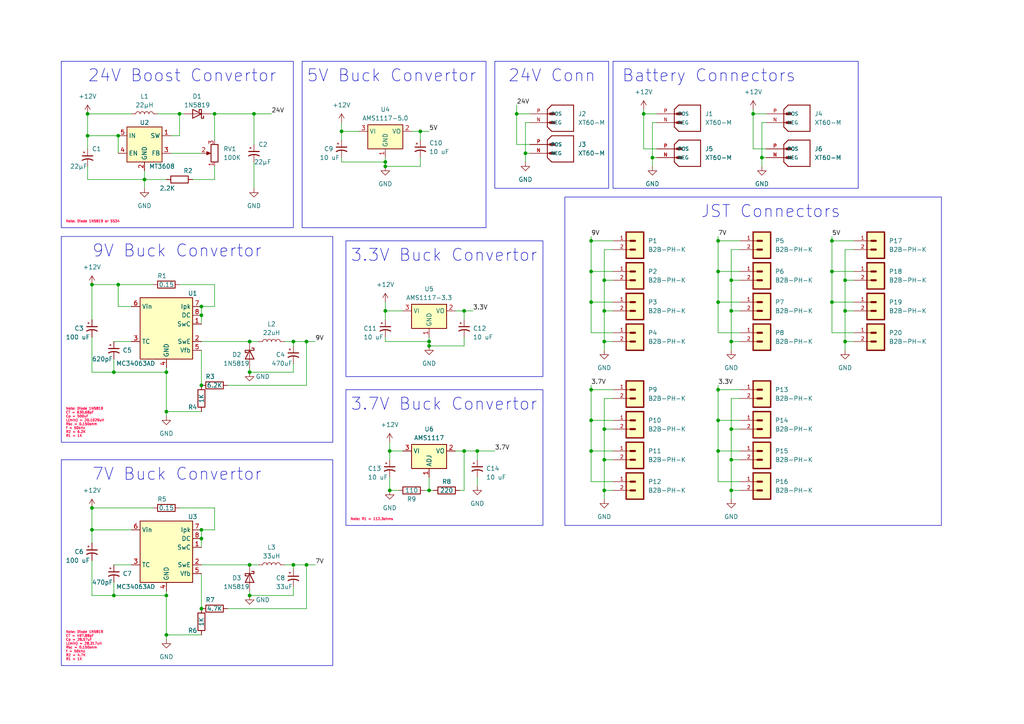
<source format=kicad_sch>
(kicad_sch (version 20230121) (generator eeschema)
  (paper "A4")
  (title_block (title "Power Distribution Board") (date "2023-09-16") (rev "V01") (company "Vishwa VJTI") (comment 1 "Author: Aryan Bawankar"))
  (junction (at 48.26 119.38))
  (junction (at 25.4 33.02))
  (junction (at 72.39 163.83))
  (junction (at 208.28 87.63))
  (junction (at 113.03 130.81))
  (junction (at 26.67 147.32))
  (junction (at 111.76 48.26))
  (junction (at 26.67 82.55))
  (junction (at 245.11 81.28))
  (junction (at 85.09 163.83))
  (junction (at 25.4 39.37))
  (junction (at 88.9 163.83))
  (junction (at 212.09 124.46))
  (junction (at 189.23 45.72))
  (junction (at 241.3 78.74))
  (junction (at 212.09 90.17))
  (junction (at 208.28 78.74))
  (junction (at 138.43 130.81))
  (junction (at 58.42 153.67))
  (junction (at 175.26 124.46))
  (junction (at 124.46 100.33))
  (junction (at 218.44 33.02))
  (junction (at 124.46 99.06))
  (junction (at 212.09 81.28))
  (junction (at 212.09 142.24))
  (junction (at 175.26 99.06))
  (junction (at 175.26 133.35))
  (junction (at 241.3 69.85))
  (junction (at 134.62 90.17))
  (junction (at 171.45 78.74))
  (junction (at 99.06 38.1))
  (junction (at 241.3 87.63))
  (junction (at 58.42 176.53))
  (junction (at 111.76 46.99))
  (junction (at 208.28 130.81))
  (junction (at 58.42 88.9))
  (junction (at 58.42 91.44))
  (junction (at 113.03 142.24))
  (junction (at 175.26 142.24))
  (junction (at 212.09 133.35))
  (junction (at 48.26 184.15))
  (junction (at 171.45 130.81))
  (junction (at 52.07 33.02))
  (junction (at 152.4 44.45))
  (junction (at 171.45 121.92))
  (junction (at 111.76 90.17))
  (junction (at 48.26 172.72))
  (junction (at 186.69 33.02))
  (junction (at 175.26 81.28))
  (junction (at 175.26 90.17))
  (junction (at 34.29 82.55))
  (junction (at 245.11 99.06))
  (junction (at 72.39 107.95))
  (junction (at 41.91 52.07))
  (junction (at 58.42 111.76))
  (junction (at 72.39 172.72))
  (junction (at 58.42 156.21))
  (junction (at 62.23 33.02))
  (junction (at 33.02 172.72))
  (junction (at 220.98 45.72))
  (junction (at 73.66 33.02))
  (junction (at 208.28 121.92))
  (junction (at 48.26 107.95))
  (junction (at 88.9 99.06))
  (junction (at 85.09 99.06))
  (junction (at 121.92 38.1))
  (junction (at 208.28 113.03))
  (junction (at 26.67 153.67))
  (junction (at 134.62 130.81))
  (junction (at 124.46 142.24))
  (junction (at 245.11 90.17))
  (junction (at 171.45 87.63))
  (junction (at 171.45 113.03))
  (junction (at 208.28 69.85))
  (junction (at 149.86 33.02))
  (junction (at 72.39 99.06))
  (junction (at 34.29 39.37))
  (junction (at 171.45 69.85))
  (junction (at 33.02 107.95))
  (junction (at 212.09 99.06))
  (wire (pts (xy 73.66 33.02) (xy 62.23 33.02)))
  (wire (pts (xy 48.26 119.38) (xy 48.26 120.65)))
  (wire (pts (xy 73.66 41.91) (xy 73.66 33.02)))
  (wire (pts (xy 85.09 172.72) (xy 72.39 172.72)))
  (wire (pts (xy 175.26 101.6) (xy 175.26 99.06)))
  (wire (pts (xy 175.26 115.57) (xy 177.8 115.57)))
  (wire (pts (xy 245.11 72.39) (xy 247.65 72.39)))
  (wire (pts (xy 212.09 124.46) (xy 214.63 124.46)))
  (wire (pts (xy 175.26 124.46) (xy 177.8 124.46)))
  (wire (pts (xy 38.1 88.9) (xy 34.29 88.9)))
  (wire (pts (xy 190.5 35.56) (xy 189.23 35.56)))
  (wire (pts (xy 62.23 33.02) (xy 62.23 40.64)))
  (wire (pts (xy 48.26 107.95) (xy 48.26 119.38)))
  (wire (pts (xy 212.09 133.35) (xy 212.09 124.46)))
  (wire (pts (xy 72.39 171.45) (xy 72.39 172.72)))
  (wire (pts (xy 171.45 113.03) (xy 177.8 113.03)))
  (wire (pts (xy 208.28 78.74) (xy 208.28 87.63)))
  (wire (pts (xy 113.03 142.24) (xy 115.57 142.24)))
  (wire (pts (xy 73.66 46.99) (xy 73.66 54.61)))
  (wire (pts (xy 26.67 97.79) (xy 26.67 107.95)))
  (wire (pts (xy 175.26 142.24) (xy 175.26 133.35)))
  (wire (pts (xy 175.26 81.28) (xy 177.8 81.28)))
  (wire (pts (xy 208.28 69.85) (xy 214.63 69.85)))
  (wire (pts (xy 175.26 99.06) (xy 175.26 90.17)))
  (wire (pts (xy 26.67 82.55) (xy 34.29 82.55)))
  (wire (pts (xy 58.42 163.83) (xy 72.39 163.83)))
  (wire (pts (xy 85.09 99.06) (xy 85.09 100.33)))
  (wire (pts (xy 26.67 162.56) (xy 26.67 172.72)))
  (wire (pts (xy 26.67 147.32) (xy 44.45 147.32)))
  (wire (pts (xy 218.44 33.02) (xy 218.44 43.18)))
  (wire (pts (xy 85.09 105.41) (xy 85.09 107.95)))
  (wire (pts (xy 245.11 99.06) (xy 245.11 90.17)))
  (wire (pts (xy 222.25 45.72) (xy 220.98 45.72)))
  (wire (pts (xy 208.28 111.76) (xy 208.28 113.03)))
  (wire (pts (xy 121.92 48.26) (xy 121.92 45.72)))
  (wire (pts (xy 62.23 153.67) (xy 58.42 153.67)))
  (wire (pts (xy 33.02 172.72) (xy 48.26 172.72)))
  (wire (pts (xy 218.44 31.75) (xy 218.44 33.02)))
  (wire (pts (xy 138.43 130.81) (xy 138.43 133.35)))
  (wire (pts (xy 134.62 100.33) (xy 134.62 97.79)))
  (wire (pts (xy 62.23 88.9) (xy 58.42 88.9)))
  (wire (pts (xy 138.43 138.43) (xy 138.43 140.97)))
  (wire (pts (xy 212.09 72.39) (xy 214.63 72.39)))
  (wire (pts (xy 124.46 142.24) (xy 124.46 138.43)))
  (wire (pts (xy 186.69 43.18) (xy 190.5 43.18)))
  (wire (pts (xy 171.45 96.52) (xy 177.8 96.52)))
  (wire (pts (xy 152.4 46.99) (xy 152.4 44.45)))
  (wire (pts (xy 241.3 78.74) (xy 247.65 78.74)))
  (wire (pts (xy 138.43 130.81) (xy 143.51 130.81)))
  (wire (pts (xy 171.45 68.58) (xy 171.45 69.85)))
  (wire (pts (xy 212.09 142.24) (xy 214.63 142.24)))
  (wire (pts (xy 134.62 142.24) (xy 133.35 142.24)))
  (wire (pts (xy 33.02 99.06) (xy 38.1 99.06)))
  (wire (pts (xy 212.09 144.78) (xy 212.09 142.24)))
  (wire (pts (xy 111.76 90.17) (xy 111.76 92.71)))
  (wire (pts (xy 208.28 87.63) (xy 214.63 87.63)))
  (wire (pts (xy 113.03 130.81) (xy 113.03 133.35)))
  (wire (pts (xy 66.04 111.76) (xy 88.9 111.76)))
  (wire (pts (xy 171.45 78.74) (xy 171.45 87.63)))
  (wire (pts (xy 99.06 38.1) (xy 104.14 38.1)))
  (wire (pts (xy 88.9 163.83) (xy 91.44 163.83)))
  (wire (pts (xy 175.26 133.35) (xy 175.26 124.46)))
  (wire (pts (xy 52.07 33.02) (xy 52.07 39.37)))
  (wire (pts (xy 241.3 78.74) (xy 241.3 87.63)))
  (wire (pts (xy 26.67 153.67) (xy 38.1 153.67)))
  (wire (pts (xy 212.09 81.28) (xy 214.63 81.28)))
  (wire (pts (xy 25.4 33.02) (xy 25.4 39.37)))
  (wire (pts (xy 175.26 142.24) (xy 177.8 142.24)))
  (wire (pts (xy 186.69 31.75) (xy 186.69 33.02)))
  (wire (pts (xy 208.28 130.81) (xy 208.28 139.7)))
  (wire (pts (xy 52.07 82.55) (xy 62.23 82.55)))
  (wire (pts (xy 72.39 99.06) (xy 74.93 99.06)))
  (wire (pts (xy 245.11 101.6) (xy 245.11 99.06)))
  (wire (pts (xy 175.26 124.46) (xy 175.26 115.57)))
  (wire (pts (xy 62.23 147.32) (xy 62.23 153.67)))
  (wire (pts (xy 121.92 38.1) (xy 121.92 40.64)))
  (wire (pts (xy 189.23 35.56) (xy 189.23 45.72)))
  (wire (pts (xy 111.76 48.26) (xy 121.92 48.26)))
  (wire (pts (xy 171.45 121.92) (xy 171.45 130.81)))
  (wire (pts (xy 171.45 69.85) (xy 171.45 78.74)))
  (wire (pts (xy 212.09 90.17) (xy 212.09 81.28)))
  (wire (pts (xy 52.07 147.32) (xy 62.23 147.32)))
  (wire (pts (xy 152.4 44.45) (xy 153.67 44.45)))
  (wire (pts (xy 25.4 48.26) (xy 25.4 52.07)))
  (wire (pts (xy 48.26 184.15) (xy 48.26 185.42)))
  (wire (pts (xy 25.4 39.37) (xy 25.4 43.18)))
  (wire (pts (xy 175.26 133.35) (xy 177.8 133.35)))
  (wire (pts (xy 171.45 87.63) (xy 177.8 87.63)))
  (wire (pts (xy 48.26 184.15) (xy 58.42 184.15)))
  (wire (pts (xy 82.55 163.83) (xy 85.09 163.83)))
  (wire (pts (xy 58.42 99.06) (xy 72.39 99.06)))
  (wire (pts (xy 41.91 49.53) (xy 41.91 52.07)))
  (wire (pts (xy 149.86 30.48) (xy 149.86 33.02)))
  (wire (pts (xy 48.26 172.72) (xy 48.26 184.15)))
  (wire (pts (xy 241.3 87.63) (xy 241.3 96.52)))
  (wire (pts (xy 171.45 121.92) (xy 177.8 121.92)))
  (wire (pts (xy 222.25 35.56) (xy 220.98 35.56)))
  (wire (pts (xy 171.45 78.74) (xy 177.8 78.74)))
  (wire (pts (xy 245.11 81.28) (xy 247.65 81.28)))
  (wire (pts (xy 245.11 81.28) (xy 245.11 72.39)))
  (wire (pts (xy 189.23 45.72) (xy 189.23 48.26)))
  (wire (pts (xy 48.26 106.68) (xy 48.26 107.95)))
  (wire (pts (xy 72.39 163.83) (xy 74.93 163.83)))
  (wire (pts (xy 58.42 166.37) (xy 58.42 176.53)))
  (wire (pts (xy 85.09 163.83) (xy 88.9 163.83)))
  (wire (pts (xy 88.9 99.06) (xy 91.44 99.06)))
  (wire (pts (xy 113.03 130.81) (xy 116.84 130.81)))
  (wire (pts (xy 125.73 142.24) (xy 124.46 142.24)))
  (wire (pts (xy 171.45 130.81) (xy 177.8 130.81)))
  (wire (pts (xy 55.88 52.07) (xy 62.23 52.07)))
  (wire (pts (xy 99.06 35.56) (xy 99.06 38.1)))
  (wire (pts (xy 208.28 121.92) (xy 208.28 130.81)))
  (wire (pts (xy 99.06 46.99) (xy 111.76 46.99)))
  (wire (pts (xy 85.09 107.95) (xy 72.39 107.95)))
  (wire (pts (xy 208.28 130.81) (xy 214.63 130.81)))
  (wire (pts (xy 26.67 153.67) (xy 26.67 157.48)))
  (wire (pts (xy 175.26 90.17) (xy 175.26 81.28)))
  (wire (pts (xy 119.38 38.1) (xy 121.92 38.1)))
  (wire (pts (xy 149.86 33.02) (xy 149.86 41.91)))
  (wire (pts (xy 124.46 100.33) (xy 134.62 100.33)))
  (wire (pts (xy 175.26 72.39) (xy 177.8 72.39)))
  (wire (pts (xy 208.28 139.7) (xy 214.63 139.7)))
  (wire (pts (xy 111.76 90.17) (xy 116.84 90.17)))
  (wire (pts (xy 134.62 130.81) (xy 138.43 130.81)))
  (wire (pts (xy 171.45 87.63) (xy 171.45 96.52)))
  (wire (pts (xy 26.67 172.72) (xy 33.02 172.72)))
  (wire (pts (xy 149.86 33.02) (xy 153.67 33.02)))
  (wire (pts (xy 34.29 39.37) (xy 34.29 44.45)))
  (wire (pts (xy 52.07 33.02) (xy 53.34 33.02)))
  (wire (pts (xy 85.09 170.18) (xy 85.09 172.72)))
  (wire (pts (xy 33.02 168.91) (xy 33.02 172.72)))
  (wire (pts (xy 124.46 99.06) (xy 124.46 100.33)))
  (wire (pts (xy 111.76 46.99) (xy 111.76 45.72)))
  (wire (pts (xy 212.09 124.46) (xy 212.09 115.57)))
  (wire (pts (xy 99.06 38.1) (xy 99.06 40.64)))
  (wire (pts (xy 38.1 33.02) (xy 25.4 33.02)))
  (wire (pts (xy 171.45 113.03) (xy 171.45 121.92)))
  (wire (pts (xy 88.9 99.06) (xy 88.9 111.76)))
  (wire (pts (xy 111.76 87.63) (xy 111.76 90.17)))
  (wire (pts (xy 34.29 82.55) (xy 44.45 82.55)))
  (wire (pts (xy 171.45 111.76) (xy 171.45 113.03)))
  (wire (pts (xy 241.3 68.58) (xy 241.3 69.85)))
  (wire (pts (xy 113.03 138.43) (xy 113.03 142.24)))
  (wire (pts (xy 73.66 33.02) (xy 78.74 33.02)))
  (wire (pts (xy 212.09 90.17) (xy 214.63 90.17)))
  (wire (pts (xy 48.26 119.38) (xy 58.42 119.38)))
  (wire (pts (xy 85.09 163.83) (xy 85.09 165.1)))
  (wire (pts (xy 52.07 39.37) (xy 49.53 39.37)))
  (wire (pts (xy 58.42 153.67) (xy 58.42 156.21)))
  (wire (pts (xy 33.02 104.14) (xy 33.02 107.95)))
  (wire (pts (xy 121.92 38.1) (xy 124.46 38.1)))
  (wire (pts (xy 175.26 90.17) (xy 177.8 90.17)))
  (wire (pts (xy 49.53 44.45) (xy 58.42 44.45)))
  (wire (pts (xy 88.9 163.83) (xy 88.9 176.53)))
  (wire (pts (xy 220.98 45.72) (xy 220.98 48.26)))
  (wire (pts (xy 175.26 99.06) (xy 177.8 99.06)))
  (wire (pts (xy 85.09 99.06) (xy 88.9 99.06)))
  (wire (pts (xy 208.28 121.92) (xy 214.63 121.92)))
  (wire (pts (xy 62.23 82.55) (xy 62.23 88.9)))
  (wire (pts (xy 212.09 81.28) (xy 212.09 72.39)))
  (wire (pts (xy 111.76 99.06) (xy 111.76 97.79)))
  (wire (pts (xy 58.42 88.9) (xy 58.42 91.44)))
  (wire (pts (xy 34.29 88.9) (xy 34.29 82.55)))
  (wire (pts (xy 220.98 35.56) (xy 220.98 45.72)))
  (wire (pts (xy 241.3 96.52) (xy 247.65 96.52)))
  (wire (pts (xy 208.28 113.03) (xy 214.63 113.03)))
  (wire (pts (xy 113.03 128.27) (xy 113.03 130.81)))
  (wire (pts (xy 33.02 163.83) (xy 38.1 163.83)))
  (wire (pts (xy 245.11 90.17) (xy 245.11 81.28)))
  (wire (pts (xy 26.67 107.95) (xy 33.02 107.95)))
  (wire (pts (xy 212.09 99.06) (xy 212.09 90.17)))
  (wire (pts (xy 212.09 142.24) (xy 212.09 133.35)))
  (wire (pts (xy 26.67 82.55) (xy 26.67 92.71)))
  (wire (pts (xy 149.86 41.91) (xy 153.67 41.91)))
  (wire (pts (xy 208.28 113.03) (xy 208.28 121.92)))
  (wire (pts (xy 58.42 91.44) (xy 58.42 93.98)))
  (wire (pts (xy 26.67 147.32) (xy 26.67 153.67)))
  (wire (pts (xy 190.5 45.72) (xy 189.23 45.72)))
  (wire (pts (xy 132.08 130.81) (xy 134.62 130.81)))
  (wire (pts (xy 134.62 90.17) (xy 134.62 92.71)))
  (wire (pts (xy 241.3 69.85) (xy 241.3 78.74)))
  (wire (pts (xy 152.4 35.56) (xy 153.67 35.56)))
  (wire (pts (xy 58.42 101.6) (xy 58.42 111.76)))
  (wire (pts (xy 124.46 97.79) (xy 124.46 99.06)))
  (wire (pts (xy 111.76 46.99) (xy 111.76 48.26)))
  (wire (pts (xy 208.28 68.58) (xy 208.28 69.85)))
  (wire (pts (xy 111.76 99.06) (xy 124.46 99.06)))
  (wire (pts (xy 245.11 99.06) (xy 247.65 99.06)))
  (wire (pts (xy 208.28 96.52) (xy 214.63 96.52)))
  (wire (pts (xy 134.62 90.17) (xy 137.16 90.17)))
  (wire (pts (xy 212.09 101.6) (xy 212.09 99.06)))
  (wire (pts (xy 66.04 176.53) (xy 88.9 176.53)))
  (wire (pts (xy 58.42 156.21) (xy 58.42 158.75)))
  (wire (pts (xy 82.55 99.06) (xy 85.09 99.06)))
  (wire (pts (xy 132.08 90.17) (xy 134.62 90.17)))
  (wire (pts (xy 241.3 69.85) (xy 247.65 69.85)))
  (wire (pts (xy 186.69 33.02) (xy 186.69 43.18)))
  (wire (pts (xy 45.72 33.02) (xy 52.07 33.02)))
  (wire (pts (xy 152.4 44.45) (xy 152.4 35.56)))
  (wire (pts (xy 48.26 171.45) (xy 48.26 172.72)))
  (wire (pts (xy 48.26 52.07) (xy 41.91 52.07)))
  (wire (pts (xy 186.69 33.02) (xy 190.5 33.02)))
  (wire (pts (xy 25.4 39.37) (xy 34.29 39.37)))
  (wire (pts (xy 175.26 144.78) (xy 175.26 142.24)))
  (wire (pts (xy 171.45 69.85) (xy 177.8 69.85)))
  (wire (pts (xy 134.62 130.81) (xy 134.62 142.24)))
  (wire (pts (xy 208.28 69.85) (xy 208.28 78.74)))
  (wire (pts (xy 218.44 33.02) (xy 222.25 33.02)))
  (wire (pts (xy 245.11 90.17) (xy 247.65 90.17)))
  (wire (pts (xy 212.09 115.57) (xy 214.63 115.57)))
  (wire (pts (xy 171.45 130.81) (xy 171.45 139.7)))
  (wire (pts (xy 208.28 87.63) (xy 208.28 96.52)))
  (wire (pts (xy 241.3 87.63) (xy 247.65 87.63)))
  (wire (pts (xy 62.23 52.07) (xy 62.23 48.26)))
  (wire (pts (xy 99.06 46.99) (xy 99.06 45.72)))
  (wire (pts (xy 212.09 133.35) (xy 214.63 133.35)))
  (wire (pts (xy 33.02 107.95) (xy 48.26 107.95)))
  (wire (pts (xy 212.09 99.06) (xy 214.63 99.06)))
  (wire (pts (xy 41.91 52.07) (xy 41.91 54.61)))
  (wire (pts (xy 25.4 52.07) (xy 41.91 52.07)))
  (wire (pts (xy 208.28 78.74) (xy 214.63 78.74)))
  (wire (pts (xy 123.19 142.24) (xy 124.46 142.24)))
  (wire (pts (xy 72.39 106.68) (xy 72.39 107.95)))
  (wire (pts (xy 218.44 43.18) (xy 222.25 43.18)))
  (wire (pts (xy 60.96 33.02) (xy 62.23 33.02)))
  (wire (pts (xy 175.26 81.28) (xy 175.26 72.39)))
  (wire (pts (xy 171.45 139.7) (xy 177.8 139.7)))
  (rectangle (start 17.78 17.78) (end 85.09 66.04))
  (rectangle (start 177.8 17.78) (end 248.92 54.61))
  (rectangle (start 100.33 69.85) (end 157.48 109.22))
  (rectangle (start 87.63 17.78) (end 140.97 66.04))
  (rectangle (start 17.78 133.35) (end 96.52 193.04))
  (rectangle (start 163.83 57.15) (end 273.05 152.4))
  (rectangle (start 143.51 17.78) (end 176.53 54.61))
  (rectangle (start 17.78 68.58) (end 96.52 128.27))
  (rectangle (start 100.33 113.03) (end 157.48 152.4))
  (text "Note: Diode 1N5819 or SS34\n" (at 19.05 64.77 0) (effects (font (size 0.7 0.7)) (justify left bottom)))
  (text "9V Buck Convertor" (at 26.67 74.93 0) (effects (font (size 3.5 3.5)) (justify left bottom)))
  (text "Battery Connectors" (at 180.34 24.13 0) (effects (font (size 3.5 3.5)) (justify left bottom)))
  (text "7V Buck Convertor" (at 26.67 139.7 0) (effects (font (size 3.5 3.5)) (justify left bottom)))
  (text "24V Conn" (at 147.32 24.13 0) (effects (font (size 3.5 3.5)) (justify left bottom)))
  (text "Note: R1 = 112.3ohms" (at 101.6 151.13 0) (effects (font (size 0.7 0.7)) (justify left bottom)))
  (text "5V Buck Convertor" (at 88.9 24.13 0) (effects (font (size 3.5 3.5)) (justify left bottom)))
  (text "JST Connectors" (at 203.2 63.5 0) (effects (font (size 3.5 3.5)) (justify left bottom)))
  (text "24V Boost Convertor" (at 25.4 24.13 0) (effects (font (size 3.5 3.5)) (justify left bottom)))
  (text "Note: Diode 1N5819\nCT = 630.68pF\nCo = 500uF\nL(min) = 20.1029uH\nRsc = 0.150ohm\nf = 50kHz\nR2 = 6.2K\nR1 = 1K" (at 19.05 127 0) (effects (font (size 0.7 0.7)) (justify left bottom)))
  (text "3.7V Buck Convertor" (at 101.6 119.38 0) (effects (font (size 3.5 3.5)) (justify left bottom)))
  (text "3.3V Buck Convertor" (at 101.6 76.2 0) (effects (font (size 3.5 3.5)) (justify left bottom)))
  (text "Note: Diode 1N5819\nCT = 497.88pF\nCo = 28.57uF\nL(min) = 28.317uH\nRsc = 0.150ohm\nf = 50kHz\nR2 = 4.7K\nR1 = 1K" (at 19.05 191.77 0) (effects (font (size 0.7 0.7)) (justify left bottom)))
  (label "7V" (at 91.44 163.83 0))
  (label "3.7V" (at 171.45 111.76 0))
  (label "7V" (at 208.28 68.58 0))
  (label "3.3V" (at 208.28 111.76 0))
  (label "9V" (at 171.45 68.58 0))
  (label "5V" (at 124.46 38.1 0))
  (label "24V" (at 149.86 30.48 0))
  (label "5V" (at 241.3 68.58 0))
  (label "9V" (at 91.44 99.06 0))
  (label "3.7V" (at 143.51 130.81 0))
  (label "24V" (at 78.74 33.02 0))
  (label "3.3V" (at 137.16 90.17 0))
  (symbol (lib_id "B2B-PH-K:B2B-PH-K") (at 182.88 87.63 0) (unit 1)
    (property "Reference" "P3" (at 187.96 87.63 0) (effects (justify left)))
    (property "Value" "B2B-PH-K" (at 187.96 90.17 0) (effects (justify left)))
    (property "Footprint" "B2B-PH-K:B2B-PH-K" (effects hide))
    (property "MF" "JST Corporation" (effects hide))
    (property "Description" "\nConn Shrouded Header HDR 2 POS 2mm Solder ST Thru-Hole Box\n" (effects hide))
    (property "Package" "None" (effects hide))
    (property "Price" "None" (effects hide))
    (property "SnapEDA_Link" "https://www.snapeda.com/parts/B2B-PH-K/JST/view-part/?ref=snap" (effects hide))
    (property "MP" "B2B-PH-K" (effects hide))
    (property "Availability" "Not in stock" (effects hide))
    (property "Check_prices" "https://www.snapeda.com/parts/B2B-PH-K/JST/view-part/?ref=eda" (effects hide))
  )
  (symbol (lib_id "power:GND") (at 48.26 120.65 0) (unit 1)
    (property "Reference" "#PWR05" (effects hide))
    (property "Value" "GND" (at 48.26 125.73 0))
  )
  (symbol (lib_id "B2B-PH-K:B2B-PH-K") (at 252.73 69.85 0) (unit 1)
    (property "Reference" "P17" (at 257.81 69.85 0) (effects (justify left)))
    (property "Value" "B2B-PH-K" (at 257.81 72.39 0) (effects (justify left)))
    (property "Footprint" "B2B-PH-K:B2B-PH-K" (effects hide))
    (property "MF" "JST Corporation" (effects hide))
    (property "Description" "\nConn Shrouded Header HDR 2 POS 2mm Solder ST Thru-Hole Box\n" (effects hide))
    (property "Package" "None" (effects hide))
    (property "Price" "None" (effects hide))
    (property "SnapEDA_Link" "https://www.snapeda.com/parts/B2B-PH-K/JST/view-part/?ref=snap" (effects hide))
    (property "MP" "B2B-PH-K" (effects hide))
    (property "Availability" "Not in stock" (effects hide))
    (property "Check_prices" "https://www.snapeda.com/parts/B2B-PH-K/JST/view-part/?ref=eda" (effects hide))
  )
  (symbol (lib_id "Device:D_Schottky") (at 57.15 33.02 180) (unit 1)
    (property "Reference" "D1" (at 57.15 27.94 0))
    (property "Value" "1N5819" (at 57.15 30.48 0))
    (property "Footprint" "Diode_SMD:D_1210_3225Metric_Pad1.42x2.65mm_HandSolder" (effects hide))
  )
  (symbol (lib_id "XT60-M:XT60-M") (at 158.75 35.56 0) (unit 1)
    (property "Reference" "J2" (at 167.64 33.02 0) (effects (justify left)))
    (property "Value" "XT60-M" (at 167.64 35.56 0) (effects (justify left)))
    (property "Footprint" "XT60-M:AMASS_XT60-M" (effects hide))
    (property "MF" "AMASS" (effects hide))
    (property "MAXIMUM_PACKAGE_HEIGHT" "16.00 mm" (effects hide))
    (property "Package" "Package" (effects hide))
    (property "Price" "None" (effects hide))
    (property "Check_prices" "https://www.snapeda.com/parts/XT60-M/AMASS/view-part/?ref=eda" (effects hide))
    (property "STANDARD" "IPC 7351B" (effects hide))
    (property "PARTREV" "V1.2" (effects hide))
    (property "SnapEDA_Link" "https://www.snapeda.com/parts/XT60-M/AMASS/view-part/?ref=snap" (effects hide))
    (property "MP" "XT60-M" (effects hide))
    (property "Description" "\nPlug; DC supply; XT60; male; PIN: 2; for cable; soldered; 30A; 500V\n" (effects hide))
    (property "Availability" "Not in stock" (effects hide))
    (property "MANUFACTURER" "AMASS" (effects hide))
  )
  (symbol (lib_id "power:+12V") (at 26.67 147.32 0) (unit 1)
    (property "Reference" "#PWR07" (effects hide))
    (property "Value" "+12V" (at 26.67 142.24 0))
  )
  (symbol (lib_id "power:+12V") (at 218.44 31.75 0) (unit 1)
    (property "Reference" "#PWR020" (effects hide))
    (property "Value" "+12V" (at 218.44 26.67 0))
  )
  (symbol (lib_id "power:+12V") (at 186.69 31.75 0) (unit 1)
    (property "Reference" "#PWR017" (effects hide))
    (property "Value" "+12V" (at 186.69 26.67 0))
  )
  (symbol (lib_id "B2B-PH-K:B2B-PH-K") (at 182.88 96.52 0) (unit 1)
    (property "Reference" "P4" (at 187.96 96.52 0) (effects (justify left)))
    (property "Value" "B2B-PH-K" (at 187.96 99.06 0) (effects (justify left)))
    (property "Footprint" "B2B-PH-K:B2B-PH-K" (effects hide))
    (property "MF" "JST Corporation" (effects hide))
    (property "Description" "\nConn Shrouded Header HDR 2 POS 2mm Solder ST Thru-Hole Box\n" (effects hide))
    (property "Package" "None" (effects hide))
    (property "Price" "None" (effects hide))
    (property "SnapEDA_Link" "https://www.snapeda.com/parts/B2B-PH-K/JST/view-part/?ref=snap" (effects hide))
    (property "MP" "B2B-PH-K" (effects hide))
    (property "Availability" "Not in stock" (effects hide))
    (property "Check_prices" "https://www.snapeda.com/parts/B2B-PH-K/JST/view-part/?ref=eda" (effects hide))
  )
  (symbol (lib_id "power:GND") (at 220.98 48.26 0) (unit 1)
    (property "Reference" "#PWR025" (effects hide))
    (property "Value" "GND" (at 220.98 53.34 0))
  )
  (symbol (lib_id "Device:C_Polarized_Small_US") (at 138.43 135.89 0) (unit 1)
    (property "Reference" "C14" (at 140.97 135.89 0) (effects (justify left)))
    (property "Value" "10 uF" (at 140.97 138.43 0) (effects (justify left)))
    (property "Footprint" "Capacitor_Tantalum_SMD:CP_EIA-1608-10_AVX-L_Pad1.25x1.05mm_HandSolder" (effects hide))
  )
  (symbol (lib_id "Device:C_Polarized_Small_US") (at 33.02 166.37 0) (unit 1)
    (property "Reference" "C7" (at 35.56 166.37 0) (effects (justify left)))
    (property "Value" "470pF" (at 26.67 168.91 0) (effects (justify left)))
    (property "Footprint" "Capacitor_Tantalum_SMD:CP_EIA-1608-10_AVX-L_Pad1.25x1.05mm_HandSolder" (effects hide))
  )
  (symbol (lib_id "Device:C_Polarized_Small_US") (at 113.03 135.89 0) (unit 1)
    (property "Reference" "C13" (at 106.68 135.89 0) (effects (justify left)))
    (property "Value" "10 uF" (at 106.68 138.43 0) (effects (justify left)))
    (property "Footprint" "Capacitor_Tantalum_SMD:CP_EIA-1608-10_AVX-L_Pad1.25x1.05mm_HandSolder" (effects hide))
  )
  (symbol (lib_id "B2B-PH-K:B2B-PH-K") (at 219.71 139.7 0) (unit 1)
    (property "Reference" "P16" (at 224.79 139.7 0) (effects (justify left)))
    (property "Value" "B2B-PH-K" (at 224.79 142.24 0) (effects (justify left)))
    (property "Footprint" "B2B-PH-K:B2B-PH-K" (effects hide))
    (property "MF" "JST Corporation" (effects hide))
    (property "Description" "\nConn Shrouded Header HDR 2 POS 2mm Solder ST Thru-Hole Box\n" (effects hide))
    (property "Package" "None" (effects hide))
    (property "Price" "None" (effects hide))
    (property "SnapEDA_Link" "https://www.snapeda.com/parts/B2B-PH-K/JST/view-part/?ref=snap" (effects hide))
    (property "MP" "B2B-PH-K" (effects hide))
    (property "Availability" "Not in stock" (effects hide))
    (property "Check_prices" "https://www.snapeda.com/parts/B2B-PH-K/JST/view-part/?ref=eda" (effects hide))
  )
  (symbol (lib_id "Device:L") (at 78.74 99.06 90) (unit 1)
    (property "Reference" "L2" (at 78.74 93.98 90))
    (property "Value" "22uH" (at 78.74 96.52 90))
    (property "Footprint" "Inductor_SMD:L_1210_3225Metric_Pad1.42x2.65mm_HandSolder" (effects hide))
  )
  (symbol (lib_id "Device:C_Polarized_Small_US") (at 111.76 95.25 0) (unit 1)
    (property "Reference" "C11" (at 105.41 95.25 0) (effects (justify left)))
    (property "Value" "10 uF" (at 105.41 97.79 0) (effects (justify left)))
    (property "Footprint" "Capacitor_Tantalum_SMD:CP_EIA-1608-10_AVX-L_Pad1.25x1.05mm_HandSolder" (effects hide))
  )
  (symbol (lib_id "power:GND") (at 189.23 48.26 0) (unit 1)
    (property "Reference" "#PWR018" (effects hide))
    (property "Value" "GND" (at 189.23 53.34 0))
  )
  (symbol (lib_id "power:GND") (at 175.26 144.78 0) (unit 1)
    (property "Reference" "#PWR023" (effects hide))
    (property "Value" "GND" (at 175.26 149.86 0))
  )
  (symbol (lib_id "power:GND") (at 212.09 144.78 0) (unit 1)
    (property "Reference" "#PWR024" (effects hide))
    (property "Value" "GND" (at 212.09 149.86 0))
  )
  (symbol (lib_id "Device:L") (at 78.74 163.83 90) (unit 1)
    (property "Reference" "L3" (at 78.74 158.75 90))
    (property "Value" "33uH" (at 78.74 161.29 90))
    (property "Footprint" "Inductor_SMD:L_1210_3225Metric_Pad1.42x2.65mm_HandSolder" (effects hide))
  )
  (symbol (lib_id "B2B-PH-K:B2B-PH-K") (at 182.88 139.7 0) (unit 1)
    (property "Reference" "P12" (at 187.96 139.7 0) (effects (justify left)))
    (property "Value" "B2B-PH-K" (at 187.96 142.24 0) (effects (justify left)))
    (property "Footprint" "B2B-PH-K:B2B-PH-K" (effects hide))
    (property "MF" "JST Corporation" (effects hide))
    (property "Description" "\nConn Shrouded Header HDR 2 POS 2mm Solder ST Thru-Hole Box\n" (effects hide))
    (property "Package" "None" (effects hide))
    (property "Price" "None" (effects hide))
    (property "SnapEDA_Link" "https://www.snapeda.com/parts/B2B-PH-K/JST/view-part/?ref=snap" (effects hide))
    (property "MP" "B2B-PH-K" (effects hide))
    (property "Availability" "Not in stock" (effects hide))
    (property "Check_prices" "https://www.snapeda.com/parts/B2B-PH-K/JST/view-part/?ref=eda" (effects hide))
  )
  (symbol (lib_id "Device:R") (at 48.26 147.32 90) (unit 1)
    (property "Reference" "R5" (at 46.99 144.78 90))
    (property "Value" "0.15" (at 48.26 147.32 90))
    (property "Footprint" "Resistor_SMD:R_0603_1608Metric_Pad0.98x0.95mm_HandSolder" (effects hide))
  )
  (symbol (lib_id "Regulator_Linear:AMS1117-5.0") (at 111.76 38.1 0) (unit 1)
    (property "Reference" "U4" (at 111.76 31.75 0))
    (property "Value" "AMS1117-5.0" (at 111.76 34.29 0))
    (property "Footprint" "Package_TO_SOT_SMD:SOT-223-3_TabPin2" (effects hide))
    (property "Datasheet" "http://www.advanced-monolithic.com/pdf/ds1117.pdf" (effects hide))
  )
  (symbol (lib_id "Diode:1N5819") (at 72.39 102.87 270) (unit 1)
    (property "Reference" "D2" (at 67.31 102.87 90) (effects (justify left)))
    (property "Value" "1N5819" (at 64.77 105.41 90) (effects (justify left)))
    (property "Footprint" "Diode_SMD:D_1210_3225Metric_Pad1.42x2.65mm_HandSolder" (effects hide))
    (property "Datasheet" "http://www.vishay.com/docs/88525/1n5817.pdf" (effects hide))
  )
  (symbol (lib_id "power:GND") (at 72.39 172.72 0) (unit 1)
    (property "Reference" "#PWR09" (effects hide))
    (property "Value" "GND" (at 76.2 173.99 0))
  )
  (symbol (lib_id "Device:C_Polarized_Small_US") (at 134.62 95.25 0) (unit 1)
    (property "Reference" "C12" (at 137.16 95.25 0) (effects (justify left)))
    (property "Value" "10 uF" (at 137.16 97.79 0) (effects (justify left)))
    (property "Footprint" "Capacitor_Tantalum_SMD:CP_EIA-1608-10_AVX-L_Pad1.25x1.05mm_HandSolder" (effects hide))
  )
  (symbol (lib_id "Device:C_Polarized_Small_US") (at 85.09 167.64 0) (unit 1)
    (property "Reference" "C8" (at 80.01 167.64 0) (effects (justify left)))
    (property "Value" "33uF" (at 80.01 170.18 0) (effects (justify left)))
    (property "Footprint" "Capacitor_Tantalum_SMD:CP_EIA-1608-10_AVX-L_Pad1.25x1.05mm_HandSolder" (effects hide))
  )
  (symbol (lib_id "B2B-PH-K:B2B-PH-K") (at 182.88 78.74 0) (unit 1)
    (property "Reference" "P2" (at 187.96 78.74 0) (effects (justify left)))
    (property "Value" "B2B-PH-K" (at 187.96 81.28 0) (effects (justify left)))
    (property "Footprint" "B2B-PH-K:B2B-PH-K" (effects hide))
    (property "MF" "JST Corporation" (effects hide))
    (property "Description" "\nConn Shrouded Header HDR 2 POS 2mm Solder ST Thru-Hole Box\n" (effects hide))
    (property "Package" "None" (effects hide))
    (property "Price" "None" (effects hide))
    (property "SnapEDA_Link" "https://www.snapeda.com/parts/B2B-PH-K/JST/view-part/?ref=snap" (effects hide))
    (property "MP" "B2B-PH-K" (effects hide))
    (property "Availability" "Not in stock" (effects hide))
    (property "Check_prices" "https://www.snapeda.com/parts/B2B-PH-K/JST/view-part/?ref=eda" (effects hide))
  )
  (symbol (lib_id "Regulator_Linear:AMS1117") (at 124.46 130.81 0) (unit 1)
    (property "Reference" "U6" (at 124.46 124.46 0))
    (property "Value" "AMS1117" (at 124.46 127 0))
    (property "Footprint" "Package_TO_SOT_SMD:SOT-223-3_TabPin2" (effects hide))
    (property "Datasheet" "http://www.advanced-monolithic.com/pdf/ds1117.pdf" (effects hide))
  )
  (symbol (lib_id "Device:R") (at 62.23 176.53 270) (unit 1)
    (property "Reference" "R7" (at 60.96 173.99 90))
    (property "Value" "4.7K" (at 62.23 176.53 90))
    (property "Footprint" "Resistor_SMD:R_0603_1608Metric_Pad0.98x0.95mm_HandSolder" (effects hide))
  )
  (symbol (lib_id "power:GND") (at 124.46 100.33 0) (unit 1)
    (property "Reference" "#PWR013" (effects hide))
    (property "Value" "GND" (at 124.46 105.41 0))
  )
  (symbol (lib_id "Device:R_Potentiometer") (at 62.23 44.45 180) (unit 1)
    (property "Reference" "RV1" (at 64.77 43.18 0) (effects (justify right)))
    (property "Value" "100K" (at 64.77 45.72 0) (effects (justify right)))
    (property "Footprint" "Potentiometer_THT:Potentiometer_Bourns_3266W_Vertical" (effects hide))
  )
  (symbol (lib_id "B2B-PH-K:B2B-PH-K") (at 219.71 130.81 0) (unit 1)
    (property "Reference" "P15" (at 224.79 130.81 0) (effects (justify left)))
    (property "Value" "B2B-PH-K" (at 224.79 133.35 0) (effects (justify left)))
    (property "Footprint" "B2B-PH-K:B2B-PH-K" (effects hide))
    (property "MF" "JST Corporation" (effects hide))
    (property "Description" "\nConn Shrouded Header HDR 2 POS 2mm Solder ST Thru-Hole Box\n" (effects hide))
    (property "Package" "None" (effects hide))
    (property "Price" "None" (effects hide))
    (property "SnapEDA_Link" "https://www.snapeda.com/parts/B2B-PH-K/JST/view-part/?ref=snap" (effects hide))
    (property "MP" "B2B-PH-K" (effects hide))
    (property "Availability" "Not in stock" (effects hide))
    (property "Check_prices" "https://www.snapeda.com/parts/B2B-PH-K/JST/view-part/?ref=eda" (effects hide))
  )
  (symbol (lib_id "B2B-PH-K:B2B-PH-K") (at 219.71 113.03 0) (unit 1)
    (property "Reference" "P13" (at 224.79 113.03 0) (effects (justify left)))
    (property "Value" "B2B-PH-K" (at 224.79 115.57 0) (effects (justify left)))
    (property "Footprint" "B2B-PH-K:B2B-PH-K" (effects hide))
    (property "MF" "JST Corporation" (effects hide))
    (property "Description" "\nConn Shrouded Header HDR 2 POS 2mm Solder ST Thru-Hole Box\n" (effects hide))
    (property "Package" "None" (effects hide))
    (property "Price" "None" (effects hide))
    (property "SnapEDA_Link" "https://www.snapeda.com/parts/B2B-PH-K/JST/view-part/?ref=snap" (effects hide))
    (property "MP" "B2B-PH-K" (effects hide))
    (property "Availability" "Not in stock" (effects hide))
    (property "Check_prices" "https://www.snapeda.com/parts/B2B-PH-K/JST/view-part/?ref=eda" (effects hide))
  )
  (symbol (lib_id "power:GND") (at 138.43 140.97 0) (unit 1)
    (property "Reference" "#PWR016" (effects hide))
    (property "Value" "GND" (at 138.43 146.05 0))
  )
  (symbol (lib_id "Device:R") (at 62.23 111.76 270) (unit 1)
    (property "Reference" "R3" (at 60.96 109.22 90))
    (property "Value" "6.2K" (at 62.23 111.76 90))
    (property "Footprint" "Resistor_SMD:R_0603_1608Metric_Pad0.98x0.95mm_HandSolder" (effects hide))
  )
  (symbol (lib_id "B2B-PH-K:B2B-PH-K") (at 219.71 69.85 0) (unit 1)
    (property "Reference" "P5" (at 224.79 69.85 0) (effects (justify left)))
    (property "Value" "B2B-PH-K" (at 224.79 72.39 0) (effects (justify left)))
    (property "Footprint" "B2B-PH-K:B2B-PH-K" (effects hide))
    (property "MF" "JST Corporation" (effects hide))
    (property "Description" "\nConn Shrouded Header HDR 2 POS 2mm Solder ST Thru-Hole Box\n" (effects hide))
    (property "Package" "None" (effects hide))
    (property "Price" "None" (effects hide))
    (property "SnapEDA_Link" "https://www.snapeda.com/parts/B2B-PH-K/JST/view-part/?ref=snap" (effects hide))
    (property "MP" "B2B-PH-K" (effects hide))
    (property "Availability" "Not in stock" (effects hide))
    (property "Check_prices" "https://www.snapeda.com/parts/B2B-PH-K/JST/view-part/?ref=eda" (effects hide))
  )
  (symbol (lib_id "Device:R") (at 58.42 115.57 0) (unit 1)
    (property "Reference" "R4" (at 55.88 118.11 0))
    (property "Value" "1K" (at 58.42 115.57 90))
    (property "Footprint" "Resistor_SMD:R_0603_1608Metric_Pad0.98x0.95mm_HandSolder" (effects hide))
  )
  (symbol (lib_id "XT60-M:XT60-M") (at 227.33 35.56 0) (unit 1)
    (property "Reference" "J4" (at 236.22 33.02 0) (effects (justify left)))
    (property "Value" "XT60-M" (at 236.22 35.56 0) (effects (justify left)))
    (property "Footprint" "XT60-M:AMASS_XT60-M" (effects hide))
    (property "MF" "AMASS" (effects hide))
    (property "MAXIMUM_PACKAGE_HEIGHT" "16.00 mm" (effects hide))
    (property "Package" "Package" (effects hide))
    (property "Price" "None" (effects hide))
    (property "Check_prices" "https://www.snapeda.com/parts/XT60-M/AMASS/view-part/?ref=eda" (effects hide))
    (property "STANDARD" "IPC 7351B" (effects hide))
    (property "PARTREV" "V1.2" (effects hide))
    (property "SnapEDA_Link" "https://www.snapeda.com/parts/XT60-M/AMASS/view-part/?ref=snap" (effects hide))
    (property "MP" "XT60-M" (effects hide))
    (property "Description" "\nPlug; DC supply; XT60; male; PIN: 2; for cable; soldered; 30A; 500V\n" (effects hide))
    (property "Availability" "Not in stock" (effects hide))
    (property "MANUFACTURER" "AMASS" (effects hide))
  )
  (symbol (lib_id "XT60-M:XT60-M") (at 195.58 35.56 0) (unit 1)
    (property "Reference" "J1" (at 204.47 33.02 0) (effects (justify left)))
    (property "Value" "XT60-M" (at 204.47 35.56 0) (effects (justify left)))
    (property "Footprint" "XT60-M:AMASS_XT60-M" (effects hide))
    (property "MF" "AMASS" (effects hide))
    (property "MAXIMUM_PACKAGE_HEIGHT" "16.00 mm" (effects hide))
    (property "Package" "Package" (effects hide))
    (property "Price" "None" (effects hide))
    (property "Check_prices" "https://www.snapeda.com/parts/XT60-M/AMASS/view-part/?ref=eda" (effects hide))
    (property "STANDARD" "IPC 7351B" (effects hide))
    (property "PARTREV" "V1.2" (effects hide))
    (property "SnapEDA_Link" "https://www.snapeda.com/parts/XT60-M/AMASS/view-part/?ref=snap" (effects hide))
    (property "MP" "XT60-M" (effects hide))
    (property "Description" "\nPlug; DC supply; XT60; male; PIN: 2; for cable; soldered; 30A; 500V\n" (effects hide))
    (property "Availability" "Not in stock" (effects hide))
    (property "MANUFACTURER" "AMASS" (effects hide))
  )
  (symbol (lib_id "power:GND") (at 73.66 54.61 0) (unit 1)
    (property "Reference" "#PWR03" (effects hide))
    (property "Value" "GND" (at 73.66 59.69 0))
  )
  (symbol (lib_id "Device:C_Polarized_Small_US") (at 99.06 43.18 0) (unit 1)
    (property "Reference" "C9" (at 93.98 43.18 0) (effects (justify left)))
    (property "Value" "10 uF" (at 92.71 45.72 0) (effects (justify left)))
    (property "Footprint" "Capacitor_Tantalum_SMD:CP_EIA-1608-10_AVX-L_Pad1.25x1.05mm_HandSolder" (effects hide))
  )
  (symbol (lib_id "Device:R") (at 58.42 180.34 0) (unit 1)
    (property "Reference" "R6" (at 55.88 182.88 0))
    (property "Value" "1K" (at 58.42 180.34 90))
    (property "Footprint" "Resistor_SMD:R_0603_1608Metric_Pad0.98x0.95mm_HandSolder" (effects hide))
  )
  (symbol (lib_id "Regulator_Switching:MC34063AD") (at 48.26 158.75 0) (unit 1)
    (property "Reference" "U3" (at 55.88 149.86 0))
    (property "Value" "MC34063AD" (at 39.37 170.18 0))
    (property "Footprint" "Package_SO:SOIC-8_3.9x4.9mm_P1.27mm" (effects hide))
    (property "Datasheet" "http://www.onsemi.com/pub_link/Collateral/MC34063A-D.PDF" (effects hide))
  )
  (symbol (lib_id "B2B-PH-K:B2B-PH-K") (at 219.71 121.92 0) (unit 1)
    (property "Reference" "P14" (at 224.79 121.92 0) (effects (justify left)))
    (property "Value" "B2B-PH-K" (at 224.79 124.46 0) (effects (justify left)))
    (property "Footprint" "B2B-PH-K:B2B-PH-K" (effects hide))
    (property "MF" "JST Corporation" (effects hide))
    (property "Description" "\nConn Shrouded Header HDR 2 POS 2mm Solder ST Thru-Hole Box\n" (effects hide))
    (property "Package" "None" (effects hide))
    (property "Price" "None" (effects hide))
    (property "SnapEDA_Link" "https://www.snapeda.com/parts/B2B-PH-K/JST/view-part/?ref=snap" (effects hide))
    (property "MP" "B2B-PH-K" (effects hide))
    (property "Availability" "Not in stock" (effects hide))
    (property "Check_prices" "https://www.snapeda.com/parts/B2B-PH-K/JST/view-part/?ref=eda" (effects hide))
  )
  (symbol (lib_id "B2B-PH-K:B2B-PH-K") (at 182.88 130.81 0) (unit 1)
    (property "Reference" "P11" (at 187.96 130.81 0) (effects (justify left)))
    (property "Value" "B2B-PH-K" (at 187.96 133.35 0) (effects (justify left)))
    (property "Footprint" "B2B-PH-K:B2B-PH-K" (effects hide))
    (property "MF" "JST Corporation" (effects hide))
    (property "Description" "\nConn Shrouded Header HDR 2 POS 2mm Solder ST Thru-Hole Box\n" (effects hide))
    (property "Package" "None" (effects hide))
    (property "Price" "None" (effects hide))
    (property "SnapEDA_Link" "https://www.snapeda.com/parts/B2B-PH-K/JST/view-part/?ref=snap" (effects hide))
    (property "MP" "B2B-PH-K" (effects hide))
    (property "Availability" "Not in stock" (effects hide))
    (property "Check_prices" "https://www.snapeda.com/parts/B2B-PH-K/JST/view-part/?ref=eda" (effects hide))
  )
  (symbol (lib_id "Device:C_Polarized_Small_US") (at 25.4 45.72 0) (unit 1)
    (property "Reference" "C1" (at 26.67 43.18 0) (effects (justify left)))
    (property "Value" "22μF" (at 20.32 48.26 0) (effects (justify left)))
    (property "Footprint" "Capacitor_Tantalum_SMD:CP_EIA-1608-10_AVX-L_Pad1.25x1.05mm_HandSolder" (effects hide))
  )
  (symbol (lib_id "Diode:1N5819") (at 72.39 167.64 270) (unit 1)
    (property "Reference" "D3" (at 67.31 167.64 90) (effects (justify left)))
    (property "Value" "1N5819" (at 64.77 170.18 90) (effects (justify left)))
    (property "Footprint" "Diode_SMD:D_1210_3225Metric_Pad1.42x2.65mm_HandSolder" (effects hide))
    (property "Datasheet" "http://www.vishay.com/docs/88525/1n5817.pdf" (effects hide))
  )
  (symbol (lib_id "Device:R") (at 119.38 142.24 270) (unit 1)
    (property "Reference" "R9" (at 119.38 144.78 90))
    (property "Value" "110" (at 119.38 142.24 90))
    (property "Footprint" "Resistor_SMD:R_0603_1608Metric_Pad0.98x0.95mm_HandSolder" (effects hide))
  )
  (symbol (lib_id "power:GND") (at 175.26 101.6 0) (unit 1)
    (property "Reference" "#PWR021" (effects hide))
    (property "Value" "GND" (at 175.26 106.68 0))
  )
  (symbol (lib_id "power:GND") (at 152.4 46.99 0) (unit 1)
    (property "Reference" "#PWR019" (effects hide))
    (property "Value" "GND" (at 152.4 52.07 0))
  )
  (symbol (lib_id "power:GND") (at 113.03 142.24 0) (unit 1)
    (property "Reference" "#PWR015" (effects hide))
    (property "Value" "GND" (at 113.03 147.32 0))
  )
  (symbol (lib_id "XT60-M:XT60-M") (at 227.33 45.72 0) (unit 1)
    (property "Reference" "J6" (at 236.22 43.18 0) (effects (justify left)))
    (property "Value" "XT60-M" (at 236.22 45.72 0) (effects (justify left)))
    (property "Footprint" "XT60-M:AMASS_XT60-M" (effects hide))
    (property "MF" "AMASS" (effects hide))
    (property "MAXIMUM_PACKAGE_HEIGHT" "16.00 mm" (effects hide))
    (property "Package" "Package" (effects hide))
    (property "Price" "None" (effects hide))
    (property "Check_prices" "https://www.snapeda.com/parts/XT60-M/AMASS/view-part/?ref=eda" (effects hide))
    (property "STANDARD" "IPC 7351B" (effects hide))
    (property "PARTREV" "V1.2" (effects hide))
    (property "SnapEDA_Link" "https://www.snapeda.com/parts/XT60-M/AMASS/view-part/?ref=snap" (effects hide))
    (property "MP" "XT60-M" (effects hide))
    (property "Description" "\nPlug; DC supply; XT60; male; PIN: 2; for cable; soldered; 30A; 500V\n" (effects hide))
    (property "Availability" "Not in stock" (effects hide))
    (property "MANUFACTURER" "AMASS" (effects hide))
  )
  (symbol (lib_id "power:GND") (at 48.26 185.42 0) (unit 1)
    (property "Reference" "#PWR08" (effects hide))
    (property "Value" "GND" (at 48.26 190.5 0))
  )
  (symbol (lib_id "power:GND") (at 212.09 101.6 0) (unit 1)
    (property "Reference" "#PWR022" (effects hide))
    (property "Value" "GND" (at 212.09 106.68 0))
  )
  (symbol (lib_id "Device:C_Polarized_Small_US") (at 73.66 44.45 0) (unit 1)
    (property "Reference" "C2" (at 74.93 41.91 0) (effects (justify left)))
    (property "Value" "22μF" (at 73.66 46.99 0) (effects (justify left)))
    (property "Footprint" "Capacitor_Tantalum_SMD:CP_EIA-1608-10_AVX-L_Pad1.25x1.05mm_HandSolder" (effects hide))
  )
  (symbol (lib_id "Device:C_Polarized_Small_US") (at 85.09 102.87 0) (unit 1)
    (property "Reference" "C4" (at 80.01 102.87 0) (effects (justify left)))
    (property "Value" "470uF" (at 78.74 105.41 0) (effects (justify left)))
    (property "Footprint" "Capacitor_Tantalum_SMD:CP_EIA-1608-10_AVX-L_Pad1.25x1.05mm_HandSolder" (effects hide))
  )
  (symbol (lib_id "Regulator_Linear:AMS1117-3.3") (at 124.46 90.17 0) (unit 1)
    (property "Reference" "U5" (at 124.46 83.82 0))
    (property "Value" "AMS1117-3.3" (at 124.46 86.36 0))
    (property "Footprint" "Package_TO_SOT_SMD:SOT-223-3_TabPin2" (effects hide))
    (property "Datasheet" "http://www.advanced-monolithic.com/pdf/ds1117.pdf" (effects hide))
  )
  (symbol (lib_id "power:+12V") (at 111.76 87.63 0) (unit 1)
    (property "Reference" "#PWR012" (effects hide))
    (property "Value" "+12V" (at 111.76 82.55 0))
  )
  (symbol (lib_id "power:GND") (at 41.91 54.61 0) (unit 1)
    (property "Reference" "#PWR02" (effects hide))
    (property "Value" "GND" (at 41.91 59.69 0))
  )
  (symbol (lib_id "Device:R") (at 129.54 142.24 90) (unit 1)
    (property "Reference" "R8" (at 129.54 139.7 90))
    (property "Value" "220" (at 129.54 142.24 90))
    (property "Footprint" "Resistor_SMD:R_0603_1608Metric_Pad0.98x0.95mm_HandSolder" (effects hide))
  )
  (symbol (lib_id "Device:C_Polarized_Small_US") (at 121.92 43.18 0) (unit 1)
    (property "Reference" "C10" (at 124.46 41.4782 0) (effects (justify left)))
    (property "Value" "10 uF" (at 124.46 44.0182 0) (effects (justify left)))
    (property "Footprint" "Capacitor_Tantalum_SMD:CP_EIA-1608-10_AVX-L_Pad1.25x1.05mm_HandSolder" (effects hide))
  )
  (symbol (lib_id "Device:C_Polarized_Small_US") (at 26.67 160.02 0) (unit 1)
    (property "Reference" "C6" (at 21.59 160.02 0) (effects (justify left)))
    (property "Value" "100 uF" (at 19.05 162.56 0) (effects (justify left)))
    (property "Footprint" "Capacitor_Tantalum_SMD:CP_EIA-1608-10_AVX-L_Pad1.25x1.05mm_HandSolder" (effects hide))
  )
  (symbol (lib_id "power:+12V") (at 26.67 82.55 0) (unit 1)
    (property "Reference" "#PWR04" (effects hide))
    (property "Value" "+12V" (at 26.67 77.47 0))
  )
  (symbol (lib_id "Device:R") (at 48.26 82.55 90) (unit 1)
    (property "Reference" "R1" (at 46.99 80.01 90))
    (property "Value" "0.15" (at 48.26 82.55 90))
    (property "Footprint" "Resistor_SMD:R_0603_1608Metric_Pad0.98x0.95mm_HandSolder" (effects hide))
  )
  (symbol (lib_id "B2B-PH-K:B2B-PH-K") (at 182.88 69.85 0) (unit 1)
    (property "Reference" "P1" (at 187.96 69.85 0) (effects (justify left)))
    (property "Value" "B2B-PH-K" (at 187.96 72.39 0) (effects (justify left)))
    (property "Footprint" "B2B-PH-K:B2B-PH-K" (effects hide))
    (property "MF" "JST Corporation" (effects hide))
    (property "Description" "\nConn Shrouded Header HDR 2 POS 2mm Solder ST Thru-Hole Box\n" (effects hide))
    (property "Package" "None" (effects hide))
    (property "Price" "None" (effects hide))
    (property "SnapEDA_Link" "https://www.snapeda.com/parts/B2B-PH-K/JST/view-part/?ref=snap" (effects hide))
    (property "MP" "B2B-PH-K" (effects hide))
    (property "Availability" "Not in stock" (effects hide))
    (property "Check_prices" "https://www.snapeda.com/parts/B2B-PH-K/JST/view-part/?ref=eda" (effects hide))
  )
  (symbol (lib_id "power:GND") (at 245.11 101.6 0) (unit 1)
    (property "Reference" "#PWR026" (effects hide))
    (property "Value" "GND" (at 245.11 106.68 0))
  )
  (symbol (lib_id "B2B-PH-K:B2B-PH-K") (at 219.71 87.63 0) (unit 1)
    (property "Reference" "P7" (at 224.79 87.63 0) (effects (justify left)))
    (property "Value" "B2B-PH-K" (at 224.79 90.17 0) (effects (justify left)))
    (property "Footprint" "B2B-PH-K:B2B-PH-K" (effects hide))
    (property "MF" "JST Corporation" (effects hide))
    (property "Description" "\nConn Shrouded Header HDR 2 POS 2mm Solder ST Thru-Hole Box\n" (effects hide))
    (property "Package" "None" (effects hide))
    (property "Price" "None" (effects hide))
    (property "SnapEDA_Link" "https://www.snapeda.com/parts/B2B-PH-K/JST/view-part/?ref=snap" (effects hide))
    (property "MP" "B2B-PH-K" (effects hide))
    (property "Availability" "Not in stock" (effects hide))
    (property "Check_prices" "https://www.snapeda.com/parts/B2B-PH-K/JST/view-part/?ref=eda" (effects hide))
  )
  (symbol (lib_id "Device:C_Polarized_Small_US") (at 33.02 101.6 0) (unit 1)
    (property "Reference" "C5" (at 35.56 101.6 0) (effects (justify left)))
    (property "Value" "620pF" (at 26.67 104.14 0) (effects (justify left)))
    (property "Footprint" "Capacitor_Tantalum_SMD:CP_EIA-1608-10_AVX-L_Pad1.25x1.05mm_HandSolder" (effects hide))
  )
  (symbol (lib_id "B2B-PH-K:B2B-PH-K") (at 219.71 96.52 0) (unit 1)
    (property "Reference" "P8" (at 224.79 96.52 0) (effects (justify left)))
    (property "Value" "B2B-PH-K" (at 224.79 99.06 0) (effects (justify left)))
    (property "Footprint" "B2B-PH-K:B2B-PH-K" (effects hide))
    (property "MF" "JST Corporation" (effects hide))
    (property "Description" "\nConn Shrouded Header HDR 2 POS 2mm Solder ST Thru-Hole Box\n" (effects hide))
    (property "Package" "None" (effects hide))
    (property "Price" "None" (effects hide))
    (property "SnapEDA_Link" "https://www.snapeda.com/parts/B2B-PH-K/JST/view-part/?ref=snap" (effects hide))
    (property "MP" "B2B-PH-K" (effects hide))
    (property "Availability" "Not in stock" (effects hide))
    (property "Check_prices" "https://www.snapeda.com/parts/B2B-PH-K/JST/view-part/?ref=eda" (effects hide))
  )
  (symbol (lib_id "power:+12V") (at 113.03 128.27 0) (unit 1)
    (property "Reference" "#PWR014" (effects hide))
    (property "Value" "+12V" (at 113.03 123.19 0))
  )
  (symbol (lib_id "B2B-PH-K:B2B-PH-K") (at 182.88 113.03 0) (unit 1)
    (property "Reference" "P9" (at 187.96 113.03 0) (effects (justify left)))
    (property "Value" "B2B-PH-K" (at 187.96 115.57 0) (effects (justify left)))
    (property "Footprint" "B2B-PH-K:B2B-PH-K" (effects hide))
    (property "MF" "JST Corporation" (effects hide))
    (property "Description" "\nConn Shrouded Header HDR 2 POS 2mm Solder ST Thru-Hole Box\n" (effects hide))
    (property "Package" "None" (effects hide))
    (property "Price" "None" (effects hide))
    (property "SnapEDA_Link" "https://www.snapeda.com/parts/B2B-PH-K/JST/view-part/?ref=snap" (effects hide))
    (property "MP" "B2B-PH-K" (effects hide))
    (property "Availability" "Not in stock" (effects hide))
    (property "Check_prices" "https://www.snapeda.com/parts/B2B-PH-K/JST/view-part/?ref=eda" (effects hide))
  )
  (symbol (lib_id "Device:L") (at 41.91 33.02 90) (unit 1)
    (property "Reference" "L1" (at 41.91 27.94 90))
    (property "Value" "22μH" (at 41.91 30.48 90))
    (property "Footprint" "Inductor_SMD:L_1210_3225Metric_Pad1.42x2.65mm_HandSolder" (effects hide))
  )
  (symbol (lib_id "B2B-PH-K:B2B-PH-K") (at 252.73 78.74 0) (unit 1)
    (property "Reference" "P18" (at 257.81 78.74 0) (effects (justify left)))
    (property "Value" "B2B-PH-K" (at 257.81 81.28 0) (effects (justify left)))
    (property "Footprint" "B2B-PH-K:B2B-PH-K" (effects hide))
    (property "MF" "JST Corporation" (effects hide))
    (property "Description" "\nConn Shrouded Header HDR 2 POS 2mm Solder ST Thru-Hole Box\n" (effects hide))
    (property "Package" "None" (effects hide))
    (property "Price" "None" (effects hide))
    (property "SnapEDA_Link" "https://www.snapeda.com/parts/B2B-PH-K/JST/view-part/?ref=snap" (effects hide))
    (property "MP" "B2B-PH-K" (effects hide))
    (property "Availability" "Not in stock" (effects hide))
    (property "Check_prices" "https://www.snapeda.com/parts/B2B-PH-K/JST/view-part/?ref=eda" (effects hide))
  )
  (symbol (lib_id "power:+12V") (at 25.4 33.02 0) (unit 1)
    (property "Reference" "#PWR01" (effects hide))
    (property "Value" "+12V" (at 25.4 27.94 0))
  )
  (symbol (lib_id "XT60-M:XT60-M") (at 158.75 44.45 0) (unit 1)
    (property "Reference" "J3" (at 167.64 41.91 0) (effects (justify left)))
    (property "Value" "XT60-M" (at 167.64 44.45 0) (effects (justify left)))
    (property "Footprint" "XT60-M:AMASS_XT60-M" (effects hide))
    (property "MF" "AMASS" (effects hide))
    (property "MAXIMUM_PACKAGE_HEIGHT" "16.00 mm" (effects hide))
    (property "Package" "Package" (effects hide))
    (property "Price" "None" (effects hide))
    (property "Check_prices" "https://www.snapeda.com/parts/XT60-M/AMASS/view-part/?ref=eda" (effects hide))
    (property "STANDARD" "IPC 7351B" (effects hide))
    (property "PARTREV" "V1.2" (effects hide))
    (property "SnapEDA_Link" "https://www.snapeda.com/parts/XT60-M/AMASS/view-part/?ref=snap" (effects hide))
    (property "MP" "XT60-M" (effects hide))
    (property "Description" "\nPlug; DC supply; XT60; male; PIN: 2; for cable; soldered; 30A; 500V\n" (effects hide))
    (property "Availability" "Not in stock" (effects hide))
    (property "MANUFACTURER" "AMASS" (effects hide))
  )
  (symbol (lib_id "power:GND") (at 111.76 48.26 0) (unit 1)
    (property "Reference" "#PWR011" (effects hide))
    (property "Value" "GND" (at 111.76 53.34 0))
  )
  (symbol (lib_id "Regulator_Switching:MT3608") (at 41.91 41.91 0) (unit 1)
    (property "Reference" "U2" (at 41.91 35.56 0))
    (property "Value" "MT3608" (at 46.99 48.26 0))
    (property "Footprint" "Package_TO_SOT_SMD:SOT-23-6" (effects hide))
    (property "Datasheet" "https://www.olimex.com/Products/Breadboarding/BB-PWR-3608/resources/MT3608.pdf" (effects hide))
  )
  (symbol (lib_id "XT60-M:XT60-M") (at 195.58 45.72 0) (unit 1)
    (property "Reference" "J5" (at 204.47 43.18 0) (effects (justify left)))
    (property "Value" "XT60-M" (at 204.47 45.72 0) (effects (justify left)))
    (property "Footprint" "XT60-M:AMASS_XT60-M" (effects hide))
    (property "MF" "AMASS" (effects hide))
    (property "MAXIMUM_PACKAGE_HEIGHT" "16.00 mm" (effects hide))
    (property "Package" "Package" (effects hide))
    (property "Price" "None" (effects hide))
    (property "Check_prices" "https://www.snapeda.com/parts/XT60-M/AMASS/view-part/?ref=eda" (effects hide))
    (property "STANDARD" "IPC 7351B" (effects hide))
    (property "PARTREV" "V1.2" (effects hide))
    (property "SnapEDA_Link" "https://www.snapeda.com/parts/XT60-M/AMASS/view-part/?ref=snap" (effects hide))
    (property "MP" "XT60-M" (effects hide))
    (property "Description" "\nPlug; DC supply; XT60; male; PIN: 2; for cable; soldered; 30A; 500V\n" (effects hide))
    (property "Availability" "Not in stock" (effects hide))
    (property "MANUFACTURER" "AMASS" (effects hide))
  )
  (symbol (lib_id "power:GND") (at 72.39 107.95 0) (unit 1)
    (property "Reference" "#PWR06" (effects hide))
    (property "Value" "GND" (at 76.2 109.22 0))
  )
  (symbol (lib_id "B2B-PH-K:B2B-PH-K") (at 219.71 78.74 0) (unit 1)
    (property "Reference" "P6" (at 224.79 78.74 0) (effects (justify left)))
    (property "Value" "B2B-PH-K" (at 224.79 81.28 0) (effects (justify left)))
    (property "Footprint" "B2B-PH-K:B2B-PH-K" (effects hide))
    (property "MF" "JST Corporation" (effects hide))
    (property "Description" "\nConn Shrouded Header HDR 2 POS 2mm Solder ST Thru-Hole Box\n" (effects hide))
    (property "Package" "None" (effects hide))
    (property "Price" "None" (effects hide))
    (property "SnapEDA_Link" "https://www.snapeda.com/parts/B2B-PH-K/JST/view-part/?ref=snap" (effects hide))
    (property "MP" "B2B-PH-K" (effects hide))
    (property "Availability" "Not in stock" (effects hide))
    (property "Check_prices" "https://www.snapeda.com/parts/B2B-PH-K/JST/view-part/?ref=eda" (effects hide))
  )
  (symbol (lib_id "Device:C_Polarized_Small_US") (at 26.67 95.25 0) (unit 1)
    (property "Reference" "C3" (at 21.59 95.25 0) (effects (justify left)))
    (property "Value" "100 uF" (at 19.05 97.79 0) (effects (justify left)))
    (property "Footprint" "Capacitor_Tantalum_SMD:CP_EIA-1608-10_AVX-L_Pad1.25x1.05mm_HandSolder" (effects hide))
  )
  (symbol (lib_id "power:+12V") (at 99.06 35.56 0) (unit 1)
    (property "Reference" "#PWR010" (effects hide))
    (property "Value" "+12V" (at 99.06 30.48 0))
  )
  (symbol (lib_id "B2B-PH-K:B2B-PH-K") (at 182.88 121.92 0) (unit 1)
    (property "Reference" "P10" (at 187.96 121.92 0) (effects (justify left)))
    (property "Value" "B2B-PH-K" (at 187.96 124.46 0) (effects (justify left)))
    (property "Footprint" "B2B-PH-K:B2B-PH-K" (effects hide))
    (property "MF" "JST Corporation" (effects hide))
    (property "Description" "\nConn Shrouded Header HDR 2 POS 2mm Solder ST Thru-Hole Box\n" (effects hide))
    (property "Package" "None" (effects hide))
    (property "Price" "None" (effects hide))
    (property "SnapEDA_Link" "https://www.snapeda.com/parts/B2B-PH-K/JST/view-part/?ref=snap" (effects hide))
    (property "MP" "B2B-PH-K" (effects hide))
    (property "Availability" "Not in stock" (effects hide))
    (property "Check_prices" "https://www.snapeda.com/parts/B2B-PH-K/JST/view-part/?ref=eda" (effects hide))
  )
  (symbol (lib_id "B2B-PH-K:B2B-PH-K") (at 252.73 96.52 0) (unit 1)
    (property "Reference" "P20" (at 257.81 96.52 0) (effects (justify left)))
    (property "Value" "B2B-PH-K" (at 257.81 99.06 0) (effects (justify left)))
    (property "Footprint" "B2B-PH-K:B2B-PH-K" (effects hide))
    (property "MF" "JST Corporation" (effects hide))
    (property "Description" "\nConn Shrouded Header HDR 2 POS 2mm Solder ST Thru-Hole Box\n" (effects hide))
    (property "Package" "None" (effects hide))
    (property "Price" "None" (effects hide))
    (property "SnapEDA_Link" "https://www.snapeda.com/parts/B2B-PH-K/JST/view-part/?ref=snap" (effects hide))
    (property "MP" "B2B-PH-K" (effects hide))
    (property "Availability" "Not in stock" (effects hide))
    (property "Check_prices" "https://www.snapeda.com/parts/B2B-PH-K/JST/view-part/?ref=eda" (effects hide))
  )
  (symbol (lib_id "B2B-PH-K:B2B-PH-K") (at 252.73 87.63 0) (unit 1)
    (property "Reference" "P19" (at 257.81 87.63 0) (effects (justify left)))
    (property "Value" "B2B-PH-K" (at 257.81 90.17 0) (effects (justify left)))
    (property "Footprint" "B2B-PH-K:B2B-PH-K" (effects hide))
    (property "MF" "JST Corporation" (effects hide))
    (property "Description" "\nConn Shrouded Header HDR 2 POS 2mm Solder ST Thru-Hole Box\n" (effects hide))
    (property "Package" "None" (effects hide))
    (property "Price" "None" (effects hide))
    (property "SnapEDA_Link" "https://www.snapeda.com/parts/B2B-PH-K/JST/view-part/?ref=snap" (effects hide))
    (property "MP" "B2B-PH-K" (effects hide))
    (property "Availability" "Not in stock" (effects hide))
    (property "Check_prices" "https://www.snapeda.com/parts/B2B-PH-K/JST/view-part/?ref=eda" (effects hide))
  )
  (symbol (lib_id "Regulator_Switching:MC34063AD") (at 48.26 93.98 0) (unit 1)
    (property "Reference" "U1" (at 55.88 85.09 0))
    (property "Value" "MC34063AD" (at 39.37 105.41 0))
    (property "Footprint" "Package_SO:SOIC-8_3.9x4.9mm_P1.27mm" (effects hide))
    (property "Datasheet" "http://www.onsemi.com/pub_link/Collateral/MC34063A-D.PDF" (effects hide))
  )
  (symbol (lib_id "Device:R") (at 52.07 52.07 90) (unit 1)
    (property "Reference" "R2" (at 55.88 49.53 90) (effects (justify left)))
    (property "Value" "2.2K" (at 50.8 54.61 90) (effects (justify left)))
    (property "Footprint" "Resistor_SMD:R_0603_1608Metric_Pad0.98x0.95mm_HandSolder" (effects hide))
  )
)
</source>
